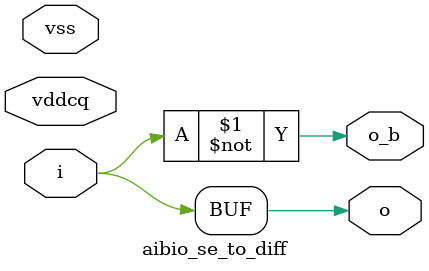
<source format=sv>
`timescale 1ps/1fs

module aibio_se_to_diff
	(
	input vddcq,
	input vss,
	input i,
	output o,
	output o_b
	);

assign o = i;
assign o_b = ~i;

endmodule

</source>
